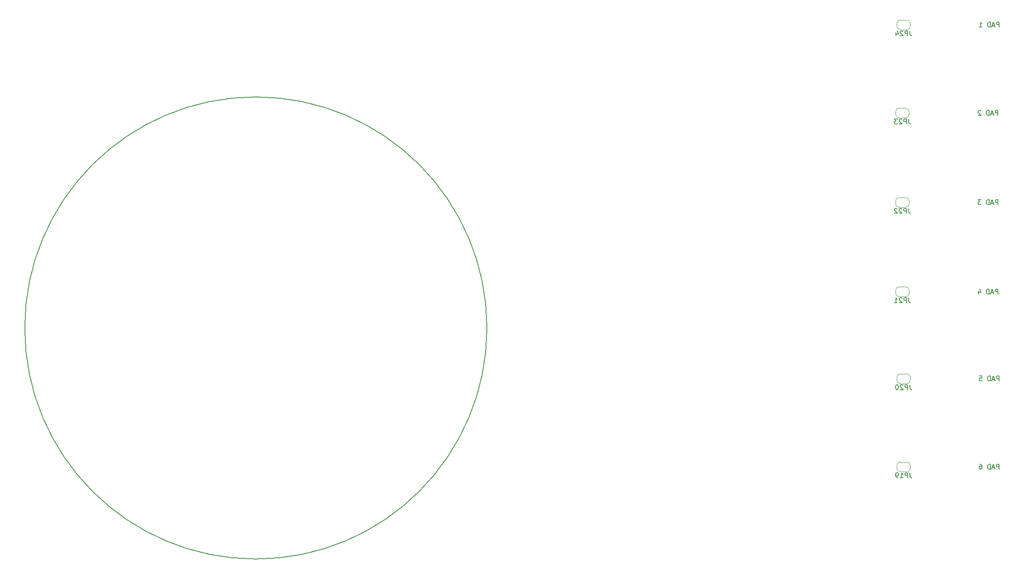
<source format=gbo>
G04 #@! TF.GenerationSoftware,KiCad,Pcbnew,(6.0.2)*
G04 #@! TF.CreationDate,2023-03-16T16:07:34-07:00*
G04 #@! TF.ProjectId,hall-censor-and-cap-touch-prototype,68616c6c-2d63-4656-9e73-6f722d616e64,rev?*
G04 #@! TF.SameCoordinates,Original*
G04 #@! TF.FileFunction,Legend,Bot*
G04 #@! TF.FilePolarity,Positive*
%FSLAX46Y46*%
G04 Gerber Fmt 4.6, Leading zero omitted, Abs format (unit mm)*
G04 Created by KiCad (PCBNEW (6.0.2)) date 2023-03-16 16:07:34*
%MOMM*%
%LPD*%
G01*
G04 APERTURE LIST*
G04 Aperture macros list*
%AMFreePoly0*
4,1,20,0.000000,0.744959,0.073905,0.744508,0.209726,0.703889,0.328688,0.626782,0.421226,0.519385,0.479903,0.390333,0.500000,0.250000,0.500000,-0.250000,0.499851,-0.262216,0.476331,-0.402017,0.414519,-0.529596,0.319384,-0.634700,0.198574,-0.708877,0.061801,-0.746166,0.000000,-0.745033,0.000000,-0.750000,-0.500000,-0.750000,-0.500000,0.750000,0.000000,0.750000,0.000000,0.744959,
0.000000,0.744959,$1*%
%AMFreePoly1*
4,1,22,0.500000,-0.750000,0.000000,-0.750000,0.000000,-0.745033,-0.079941,-0.743568,-0.215256,-0.701293,-0.333266,-0.622738,-0.424486,-0.514219,-0.481581,-0.384460,-0.499164,-0.250000,-0.500000,-0.250000,-0.500000,0.250000,-0.499164,0.250000,-0.499963,0.256109,-0.478152,0.396186,-0.417904,0.524511,-0.324060,0.630769,-0.204165,0.706417,-0.067858,0.745374,0.000000,0.744959,0.000000,0.750000,
0.500000,0.750000,0.500000,-0.750000,0.500000,-0.750000,$1*%
G04 Aperture macros list end*
%ADD10C,0.150000*%
%ADD11C,0.120000*%
%ADD12C,14.500000*%
%ADD13R,13.000000X13.000000*%
%ADD14R,1.700000X1.700000*%
%ADD15O,1.700000X1.700000*%
%ADD16FreePoly0,0.000000*%
%ADD17FreePoly1,0.000000*%
G04 APERTURE END LIST*
D10*
X189850191Y-195135000D02*
G75*
G03*
X189850191Y-195135000I-47825191J0D01*
G01*
X295872619Y-224337380D02*
X295872619Y-223337380D01*
X295491666Y-223337380D01*
X295396428Y-223385000D01*
X295348809Y-223432619D01*
X295301190Y-223527857D01*
X295301190Y-223670714D01*
X295348809Y-223765952D01*
X295396428Y-223813571D01*
X295491666Y-223861190D01*
X295872619Y-223861190D01*
X294920238Y-224051666D02*
X294444047Y-224051666D01*
X295015476Y-224337380D02*
X294682142Y-223337380D01*
X294348809Y-224337380D01*
X294015476Y-224337380D02*
X294015476Y-223337380D01*
X293777380Y-223337380D01*
X293634523Y-223385000D01*
X293539285Y-223480238D01*
X293491666Y-223575476D01*
X293444047Y-223765952D01*
X293444047Y-223908809D01*
X293491666Y-224099285D01*
X293539285Y-224194523D01*
X293634523Y-224289761D01*
X293777380Y-224337380D01*
X294015476Y-224337380D01*
X291825000Y-223337380D02*
X292015476Y-223337380D01*
X292110714Y-223385000D01*
X292158333Y-223432619D01*
X292253571Y-223575476D01*
X292301190Y-223765952D01*
X292301190Y-224146904D01*
X292253571Y-224242142D01*
X292205952Y-224289761D01*
X292110714Y-224337380D01*
X291920238Y-224337380D01*
X291825000Y-224289761D01*
X291777380Y-224242142D01*
X291729761Y-224146904D01*
X291729761Y-223908809D01*
X291777380Y-223813571D01*
X291825000Y-223765952D01*
X291920238Y-223718333D01*
X292110714Y-223718333D01*
X292205952Y-223765952D01*
X292253571Y-223813571D01*
X292301190Y-223908809D01*
X295872619Y-206087380D02*
X295872619Y-205087380D01*
X295491666Y-205087380D01*
X295396428Y-205135000D01*
X295348809Y-205182619D01*
X295301190Y-205277857D01*
X295301190Y-205420714D01*
X295348809Y-205515952D01*
X295396428Y-205563571D01*
X295491666Y-205611190D01*
X295872619Y-205611190D01*
X294920238Y-205801666D02*
X294444047Y-205801666D01*
X295015476Y-206087380D02*
X294682142Y-205087380D01*
X294348809Y-206087380D01*
X294015476Y-206087380D02*
X294015476Y-205087380D01*
X293777380Y-205087380D01*
X293634523Y-205135000D01*
X293539285Y-205230238D01*
X293491666Y-205325476D01*
X293444047Y-205515952D01*
X293444047Y-205658809D01*
X293491666Y-205849285D01*
X293539285Y-205944523D01*
X293634523Y-206039761D01*
X293777380Y-206087380D01*
X294015476Y-206087380D01*
X291777380Y-205087380D02*
X292253571Y-205087380D01*
X292301190Y-205563571D01*
X292253571Y-205515952D01*
X292158333Y-205468333D01*
X291920238Y-205468333D01*
X291825000Y-205515952D01*
X291777380Y-205563571D01*
X291729761Y-205658809D01*
X291729761Y-205896904D01*
X291777380Y-205992142D01*
X291825000Y-206039761D01*
X291920238Y-206087380D01*
X292158333Y-206087380D01*
X292253571Y-206039761D01*
X292301190Y-205992142D01*
X295622619Y-188087380D02*
X295622619Y-187087380D01*
X295241666Y-187087380D01*
X295146428Y-187135000D01*
X295098809Y-187182619D01*
X295051190Y-187277857D01*
X295051190Y-187420714D01*
X295098809Y-187515952D01*
X295146428Y-187563571D01*
X295241666Y-187611190D01*
X295622619Y-187611190D01*
X294670238Y-187801666D02*
X294194047Y-187801666D01*
X294765476Y-188087380D02*
X294432142Y-187087380D01*
X294098809Y-188087380D01*
X293765476Y-188087380D02*
X293765476Y-187087380D01*
X293527380Y-187087380D01*
X293384523Y-187135000D01*
X293289285Y-187230238D01*
X293241666Y-187325476D01*
X293194047Y-187515952D01*
X293194047Y-187658809D01*
X293241666Y-187849285D01*
X293289285Y-187944523D01*
X293384523Y-188039761D01*
X293527380Y-188087380D01*
X293765476Y-188087380D01*
X291575000Y-187420714D02*
X291575000Y-188087380D01*
X291813095Y-187039761D02*
X292051190Y-187754047D01*
X291432142Y-187754047D01*
X295622619Y-169587380D02*
X295622619Y-168587380D01*
X295241666Y-168587380D01*
X295146428Y-168635000D01*
X295098809Y-168682619D01*
X295051190Y-168777857D01*
X295051190Y-168920714D01*
X295098809Y-169015952D01*
X295146428Y-169063571D01*
X295241666Y-169111190D01*
X295622619Y-169111190D01*
X294670238Y-169301666D02*
X294194047Y-169301666D01*
X294765476Y-169587380D02*
X294432142Y-168587380D01*
X294098809Y-169587380D01*
X293765476Y-169587380D02*
X293765476Y-168587380D01*
X293527380Y-168587380D01*
X293384523Y-168635000D01*
X293289285Y-168730238D01*
X293241666Y-168825476D01*
X293194047Y-169015952D01*
X293194047Y-169158809D01*
X293241666Y-169349285D01*
X293289285Y-169444523D01*
X293384523Y-169539761D01*
X293527380Y-169587380D01*
X293765476Y-169587380D01*
X292098809Y-168587380D02*
X291479761Y-168587380D01*
X291813095Y-168968333D01*
X291670238Y-168968333D01*
X291575000Y-169015952D01*
X291527380Y-169063571D01*
X291479761Y-169158809D01*
X291479761Y-169396904D01*
X291527380Y-169492142D01*
X291575000Y-169539761D01*
X291670238Y-169587380D01*
X291955952Y-169587380D01*
X292051190Y-169539761D01*
X292098809Y-169492142D01*
X295622619Y-151087380D02*
X295622619Y-150087380D01*
X295241666Y-150087380D01*
X295146428Y-150135000D01*
X295098809Y-150182619D01*
X295051190Y-150277857D01*
X295051190Y-150420714D01*
X295098809Y-150515952D01*
X295146428Y-150563571D01*
X295241666Y-150611190D01*
X295622619Y-150611190D01*
X294670238Y-150801666D02*
X294194047Y-150801666D01*
X294765476Y-151087380D02*
X294432142Y-150087380D01*
X294098809Y-151087380D01*
X293765476Y-151087380D02*
X293765476Y-150087380D01*
X293527380Y-150087380D01*
X293384523Y-150135000D01*
X293289285Y-150230238D01*
X293241666Y-150325476D01*
X293194047Y-150515952D01*
X293194047Y-150658809D01*
X293241666Y-150849285D01*
X293289285Y-150944523D01*
X293384523Y-151039761D01*
X293527380Y-151087380D01*
X293765476Y-151087380D01*
X292051190Y-150182619D02*
X292003571Y-150135000D01*
X291908333Y-150087380D01*
X291670238Y-150087380D01*
X291575000Y-150135000D01*
X291527380Y-150182619D01*
X291479761Y-150277857D01*
X291479761Y-150373095D01*
X291527380Y-150515952D01*
X292098809Y-151087380D01*
X291479761Y-151087380D01*
X295872619Y-132837380D02*
X295872619Y-131837380D01*
X295491666Y-131837380D01*
X295396428Y-131885000D01*
X295348809Y-131932619D01*
X295301190Y-132027857D01*
X295301190Y-132170714D01*
X295348809Y-132265952D01*
X295396428Y-132313571D01*
X295491666Y-132361190D01*
X295872619Y-132361190D01*
X294920238Y-132551666D02*
X294444047Y-132551666D01*
X295015476Y-132837380D02*
X294682142Y-131837380D01*
X294348809Y-132837380D01*
X294015476Y-132837380D02*
X294015476Y-131837380D01*
X293777380Y-131837380D01*
X293634523Y-131885000D01*
X293539285Y-131980238D01*
X293491666Y-132075476D01*
X293444047Y-132265952D01*
X293444047Y-132408809D01*
X293491666Y-132599285D01*
X293539285Y-132694523D01*
X293634523Y-132789761D01*
X293777380Y-132837380D01*
X294015476Y-132837380D01*
X291729761Y-132837380D02*
X292301190Y-132837380D01*
X292015476Y-132837380D02*
X292015476Y-131837380D01*
X292110714Y-131980238D01*
X292205952Y-132075476D01*
X292301190Y-132123095D01*
X277134523Y-170387380D02*
X277134523Y-171101666D01*
X277182142Y-171244523D01*
X277277380Y-171339761D01*
X277420238Y-171387380D01*
X277515476Y-171387380D01*
X276658333Y-171387380D02*
X276658333Y-170387380D01*
X276277380Y-170387380D01*
X276182142Y-170435000D01*
X276134523Y-170482619D01*
X276086904Y-170577857D01*
X276086904Y-170720714D01*
X276134523Y-170815952D01*
X276182142Y-170863571D01*
X276277380Y-170911190D01*
X276658333Y-170911190D01*
X275705952Y-170482619D02*
X275658333Y-170435000D01*
X275563095Y-170387380D01*
X275325000Y-170387380D01*
X275229761Y-170435000D01*
X275182142Y-170482619D01*
X275134523Y-170577857D01*
X275134523Y-170673095D01*
X275182142Y-170815952D01*
X275753571Y-171387380D01*
X275134523Y-171387380D01*
X274753571Y-170482619D02*
X274705952Y-170435000D01*
X274610714Y-170387380D01*
X274372619Y-170387380D01*
X274277380Y-170435000D01*
X274229761Y-170482619D01*
X274182142Y-170577857D01*
X274182142Y-170673095D01*
X274229761Y-170815952D01*
X274801190Y-171387380D01*
X274182142Y-171387380D01*
X277384523Y-133637380D02*
X277384523Y-134351666D01*
X277432142Y-134494523D01*
X277527380Y-134589761D01*
X277670238Y-134637380D01*
X277765476Y-134637380D01*
X276908333Y-134637380D02*
X276908333Y-133637380D01*
X276527380Y-133637380D01*
X276432142Y-133685000D01*
X276384523Y-133732619D01*
X276336904Y-133827857D01*
X276336904Y-133970714D01*
X276384523Y-134065952D01*
X276432142Y-134113571D01*
X276527380Y-134161190D01*
X276908333Y-134161190D01*
X275955952Y-133732619D02*
X275908333Y-133685000D01*
X275813095Y-133637380D01*
X275575000Y-133637380D01*
X275479761Y-133685000D01*
X275432142Y-133732619D01*
X275384523Y-133827857D01*
X275384523Y-133923095D01*
X275432142Y-134065952D01*
X276003571Y-134637380D01*
X275384523Y-134637380D01*
X274527380Y-133970714D02*
X274527380Y-134637380D01*
X274765476Y-133589761D02*
X275003571Y-134304047D01*
X274384523Y-134304047D01*
X277384523Y-206887380D02*
X277384523Y-207601666D01*
X277432142Y-207744523D01*
X277527380Y-207839761D01*
X277670238Y-207887380D01*
X277765476Y-207887380D01*
X276908333Y-207887380D02*
X276908333Y-206887380D01*
X276527380Y-206887380D01*
X276432142Y-206935000D01*
X276384523Y-206982619D01*
X276336904Y-207077857D01*
X276336904Y-207220714D01*
X276384523Y-207315952D01*
X276432142Y-207363571D01*
X276527380Y-207411190D01*
X276908333Y-207411190D01*
X275955952Y-206982619D02*
X275908333Y-206935000D01*
X275813095Y-206887380D01*
X275575000Y-206887380D01*
X275479761Y-206935000D01*
X275432142Y-206982619D01*
X275384523Y-207077857D01*
X275384523Y-207173095D01*
X275432142Y-207315952D01*
X276003571Y-207887380D01*
X275384523Y-207887380D01*
X274765476Y-206887380D02*
X274670238Y-206887380D01*
X274575000Y-206935000D01*
X274527380Y-206982619D01*
X274479761Y-207077857D01*
X274432142Y-207268333D01*
X274432142Y-207506428D01*
X274479761Y-207696904D01*
X274527380Y-207792142D01*
X274575000Y-207839761D01*
X274670238Y-207887380D01*
X274765476Y-207887380D01*
X274860714Y-207839761D01*
X274908333Y-207792142D01*
X274955952Y-207696904D01*
X275003571Y-207506428D01*
X275003571Y-207268333D01*
X274955952Y-207077857D01*
X274908333Y-206982619D01*
X274860714Y-206935000D01*
X274765476Y-206887380D01*
X277134523Y-188887380D02*
X277134523Y-189601666D01*
X277182142Y-189744523D01*
X277277380Y-189839761D01*
X277420238Y-189887380D01*
X277515476Y-189887380D01*
X276658333Y-189887380D02*
X276658333Y-188887380D01*
X276277380Y-188887380D01*
X276182142Y-188935000D01*
X276134523Y-188982619D01*
X276086904Y-189077857D01*
X276086904Y-189220714D01*
X276134523Y-189315952D01*
X276182142Y-189363571D01*
X276277380Y-189411190D01*
X276658333Y-189411190D01*
X275705952Y-188982619D02*
X275658333Y-188935000D01*
X275563095Y-188887380D01*
X275325000Y-188887380D01*
X275229761Y-188935000D01*
X275182142Y-188982619D01*
X275134523Y-189077857D01*
X275134523Y-189173095D01*
X275182142Y-189315952D01*
X275753571Y-189887380D01*
X275134523Y-189887380D01*
X274182142Y-189887380D02*
X274753571Y-189887380D01*
X274467857Y-189887380D02*
X274467857Y-188887380D01*
X274563095Y-189030238D01*
X274658333Y-189125476D01*
X274753571Y-189173095D01*
X277134523Y-151887380D02*
X277134523Y-152601666D01*
X277182142Y-152744523D01*
X277277380Y-152839761D01*
X277420238Y-152887380D01*
X277515476Y-152887380D01*
X276658333Y-152887380D02*
X276658333Y-151887380D01*
X276277380Y-151887380D01*
X276182142Y-151935000D01*
X276134523Y-151982619D01*
X276086904Y-152077857D01*
X276086904Y-152220714D01*
X276134523Y-152315952D01*
X276182142Y-152363571D01*
X276277380Y-152411190D01*
X276658333Y-152411190D01*
X275705952Y-151982619D02*
X275658333Y-151935000D01*
X275563095Y-151887380D01*
X275325000Y-151887380D01*
X275229761Y-151935000D01*
X275182142Y-151982619D01*
X275134523Y-152077857D01*
X275134523Y-152173095D01*
X275182142Y-152315952D01*
X275753571Y-152887380D01*
X275134523Y-152887380D01*
X274801190Y-151887380D02*
X274182142Y-151887380D01*
X274515476Y-152268333D01*
X274372619Y-152268333D01*
X274277380Y-152315952D01*
X274229761Y-152363571D01*
X274182142Y-152458809D01*
X274182142Y-152696904D01*
X274229761Y-152792142D01*
X274277380Y-152839761D01*
X274372619Y-152887380D01*
X274658333Y-152887380D01*
X274753571Y-152839761D01*
X274801190Y-152792142D01*
X277384523Y-225137380D02*
X277384523Y-225851666D01*
X277432142Y-225994523D01*
X277527380Y-226089761D01*
X277670238Y-226137380D01*
X277765476Y-226137380D01*
X276908333Y-226137380D02*
X276908333Y-225137380D01*
X276527380Y-225137380D01*
X276432142Y-225185000D01*
X276384523Y-225232619D01*
X276336904Y-225327857D01*
X276336904Y-225470714D01*
X276384523Y-225565952D01*
X276432142Y-225613571D01*
X276527380Y-225661190D01*
X276908333Y-225661190D01*
X275384523Y-226137380D02*
X275955952Y-226137380D01*
X275670238Y-226137380D02*
X275670238Y-225137380D01*
X275765476Y-225280238D01*
X275860714Y-225375476D01*
X275955952Y-225423095D01*
X274908333Y-226137380D02*
X274717857Y-226137380D01*
X274622619Y-226089761D01*
X274575000Y-226042142D01*
X274479761Y-225899285D01*
X274432142Y-225708809D01*
X274432142Y-225327857D01*
X274479761Y-225232619D01*
X274527380Y-225185000D01*
X274622619Y-225137380D01*
X274813095Y-225137380D01*
X274908333Y-225185000D01*
X274955952Y-225232619D01*
X275003571Y-225327857D01*
X275003571Y-225565952D01*
X274955952Y-225661190D01*
X274908333Y-225708809D01*
X274813095Y-225756428D01*
X274622619Y-225756428D01*
X274527380Y-225708809D01*
X274479761Y-225661190D01*
X274432142Y-225565952D01*
D11*
X144325000Y-195260000D02*
G75*
G03*
X144325000Y-195260000I-2250000J0D01*
G01*
X286575000Y-223885000D02*
G75*
G03*
X286575000Y-223885000I-2250000J0D01*
G01*
X286575000Y-205635000D02*
G75*
G03*
X286575000Y-205635000I-2250000J0D01*
G01*
X286325000Y-187635000D02*
G75*
G03*
X286325000Y-187635000I-2250000J0D01*
G01*
X286325000Y-169135000D02*
G75*
G03*
X286325000Y-169135000I-2250000J0D01*
G01*
X286324998Y-150635000D02*
G75*
G03*
X286324998Y-150635000I-2250000J0D01*
G01*
X286575000Y-132385000D02*
G75*
G03*
X286575000Y-132385000I-2250000J0D01*
G01*
X275125000Y-168135000D02*
G75*
G03*
X274425000Y-168835000I-1J-699999D01*
G01*
X276525000Y-170135000D02*
G75*
G03*
X277225000Y-169435000I1J699999D01*
G01*
X274425000Y-169435000D02*
G75*
G03*
X275125000Y-170135000I699999J-1D01*
G01*
X277225000Y-168835000D02*
G75*
G03*
X276525000Y-168135000I-699999J1D01*
G01*
X277225000Y-169435000D02*
X277225000Y-168835000D01*
X275125000Y-170135000D02*
X276525000Y-170135000D01*
X276525000Y-168135000D02*
X275125000Y-168135000D01*
X274425000Y-168835000D02*
X274425000Y-169435000D01*
X274675000Y-132685000D02*
G75*
G03*
X275375000Y-133385000I699999J-1D01*
G01*
X276775000Y-133385000D02*
G75*
G03*
X277475000Y-132685000I1J699999D01*
G01*
X275375000Y-131385000D02*
G75*
G03*
X274675000Y-132085000I-1J-699999D01*
G01*
X277475000Y-132085000D02*
G75*
G03*
X276775000Y-131385000I-699999J1D01*
G01*
X277475000Y-132685000D02*
X277475000Y-132085000D01*
X276775000Y-131385000D02*
X275375000Y-131385000D01*
X275375000Y-133385000D02*
X276775000Y-133385000D01*
X274675000Y-132085000D02*
X274675000Y-132685000D01*
X275375000Y-204635000D02*
G75*
G03*
X274675000Y-205335000I-1J-699999D01*
G01*
X277475000Y-205335000D02*
G75*
G03*
X276775000Y-204635000I-699999J1D01*
G01*
X276775000Y-206635000D02*
G75*
G03*
X277475000Y-205935000I1J699999D01*
G01*
X274675000Y-205935000D02*
G75*
G03*
X275375000Y-206635000I699999J-1D01*
G01*
X277475000Y-205935000D02*
X277475000Y-205335000D01*
X275375000Y-206635000D02*
X276775000Y-206635000D01*
X274675000Y-205335000D02*
X274675000Y-205935000D01*
X276775000Y-204635000D02*
X275375000Y-204635000D01*
X274425000Y-187935000D02*
G75*
G03*
X275125000Y-188635000I699999J-1D01*
G01*
X276525000Y-188635000D02*
G75*
G03*
X277225000Y-187935000I1J699999D01*
G01*
X277225000Y-187335000D02*
G75*
G03*
X276525000Y-186635000I-699999J1D01*
G01*
X275125000Y-186635000D02*
G75*
G03*
X274425000Y-187335000I-1J-699999D01*
G01*
X275125000Y-188635000D02*
X276525000Y-188635000D01*
X277225000Y-187935000D02*
X277225000Y-187335000D01*
X276525000Y-186635000D02*
X275125000Y-186635000D01*
X274425000Y-187335000D02*
X274425000Y-187935000D01*
X277225000Y-150335000D02*
G75*
G03*
X276525000Y-149635000I-699999J1D01*
G01*
X276525000Y-151635000D02*
G75*
G03*
X277225000Y-150935000I1J699999D01*
G01*
X274425000Y-150935000D02*
G75*
G03*
X275125000Y-151635000I699999J-1D01*
G01*
X275125000Y-149635000D02*
G75*
G03*
X274425000Y-150335000I-1J-699999D01*
G01*
X275125000Y-151635000D02*
X276525000Y-151635000D01*
X274425000Y-150335000D02*
X274425000Y-150935000D01*
X276525000Y-149635000D02*
X275125000Y-149635000D01*
X277225000Y-150935000D02*
X277225000Y-150335000D01*
X276775000Y-224885000D02*
G75*
G03*
X277475000Y-224185000I1J699999D01*
G01*
X277475000Y-223585000D02*
G75*
G03*
X276775000Y-222885000I-699999J1D01*
G01*
X274675000Y-224185000D02*
G75*
G03*
X275375000Y-224885000I699999J-1D01*
G01*
X275375000Y-222885000D02*
G75*
G03*
X274675000Y-223585000I-1J-699999D01*
G01*
X277475000Y-224185000D02*
X277475000Y-223585000D01*
X274675000Y-223585000D02*
X274675000Y-224185000D01*
X276775000Y-222885000D02*
X275375000Y-222885000D01*
X275375000Y-224885000D02*
X276775000Y-224885000D01*
%LPC*%
D12*
X142075000Y-195260000D03*
D13*
X284325000Y-223885000D03*
X284325000Y-223885000D03*
X284325000Y-205635000D03*
X284325000Y-205635000D03*
X284075000Y-187635000D03*
X284075000Y-187635000D03*
X284075000Y-169135000D03*
X284075000Y-169135000D03*
X284074998Y-150635000D03*
X284074998Y-150635000D03*
X284325000Y-132385000D03*
D14*
X161300000Y-110000000D03*
D15*
X158760000Y-110000000D03*
X156220000Y-110000000D03*
X153680000Y-110000000D03*
X151140000Y-110000000D03*
X148600000Y-110000000D03*
X146060000Y-110000000D03*
X143520000Y-110000000D03*
X140980000Y-110000000D03*
X138440000Y-110000000D03*
X135900000Y-110000000D03*
X133360000Y-110000000D03*
X130820000Y-110000000D03*
X128280000Y-110000000D03*
X125740000Y-110000000D03*
X123200000Y-110000000D03*
D14*
X205250000Y-110000000D03*
D15*
X202710000Y-110000000D03*
X200170000Y-110000000D03*
X197630000Y-110000000D03*
X195090000Y-110000000D03*
X192550000Y-110000000D03*
D14*
X218175000Y-110000000D03*
D15*
X220715000Y-110000000D03*
X223255000Y-110000000D03*
X225795000Y-110000000D03*
X228335000Y-110000000D03*
D16*
X276475000Y-169135000D03*
D17*
X275175000Y-169135000D03*
D16*
X276725000Y-132385000D03*
D17*
X275425000Y-132385000D03*
D16*
X276725000Y-205635000D03*
D17*
X275425000Y-205635000D03*
D16*
X276475000Y-187635000D03*
D17*
X275175000Y-187635000D03*
D16*
X276475000Y-150635000D03*
D17*
X275175000Y-150635000D03*
D16*
X276725000Y-223885000D03*
D17*
X275425000Y-223885000D03*
M02*

</source>
